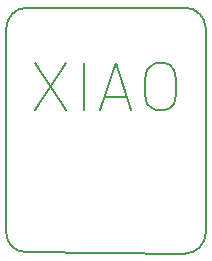
<source format=gbr>
%TF.GenerationSoftware,KiCad,Pcbnew,7.0.9*%
%TF.CreationDate,2024-03-01T15:48:56+09:00*%
%TF.ProjectId,LineIntegratedBoard2,4c696e65-496e-4746-9567-726174656442,rev?*%
%TF.SameCoordinates,Original*%
%TF.FileFunction,Legend,Top*%
%TF.FilePolarity,Positive*%
%FSLAX46Y46*%
G04 Gerber Fmt 4.6, Leading zero omitted, Abs format (unit mm)*
G04 Created by KiCad (PCBNEW 7.0.9) date 2024-03-01 15:48:56*
%MOMM*%
%LPD*%
G01*
G04 APERTURE LIST*
%ADD10C,0.200000*%
G04 APERTURE END LIST*
D10*
X146479959Y-92590263D02*
X149146626Y-96590263D01*
X149146626Y-92590263D02*
X146479959Y-96590263D01*
X150670435Y-96590263D02*
X150670435Y-92590263D01*
X152384721Y-95447406D02*
X154289483Y-95447406D01*
X152003769Y-96590263D02*
X153337102Y-92590263D01*
X153337102Y-92590263D02*
X154670436Y-96590263D01*
X156765673Y-92590263D02*
X157527578Y-92590263D01*
X157527578Y-92590263D02*
X157908530Y-92780739D01*
X157908530Y-92780739D02*
X158289483Y-93161691D01*
X158289483Y-93161691D02*
X158479959Y-93923596D01*
X158479959Y-93923596D02*
X158479959Y-95256929D01*
X158479959Y-95256929D02*
X158289483Y-96018834D01*
X158289483Y-96018834D02*
X157908530Y-96399787D01*
X157908530Y-96399787D02*
X157527578Y-96590263D01*
X157527578Y-96590263D02*
X156765673Y-96590263D01*
X156765673Y-96590263D02*
X156384721Y-96399787D01*
X156384721Y-96399787D02*
X156003768Y-96018834D01*
X156003768Y-96018834D02*
X155813292Y-95256929D01*
X155813292Y-95256929D02*
X155813292Y-93923596D01*
X155813292Y-93923596D02*
X156003768Y-93161691D01*
X156003768Y-93161691D02*
X156384721Y-92780739D01*
X156384721Y-92780739D02*
X156765673Y-92590263D01*
%TO.C,U1*%
X144066197Y-89670187D02*
X144066197Y-106942187D01*
X145717197Y-108593187D02*
X159179197Y-108720187D01*
X159179197Y-87892187D02*
X145844197Y-87892187D01*
X160957197Y-106942187D02*
X160957197Y-89670187D01*
X145844197Y-87892187D02*
G75*
G03*
X144066197Y-89670187I0J-1778000D01*
G01*
X144066197Y-106942187D02*
G75*
G03*
X145717197Y-108593187I1651000J0D01*
G01*
X160957197Y-89670187D02*
G75*
G03*
X159179197Y-87892187I-1778000J0D01*
G01*
X159179197Y-108720187D02*
G75*
G03*
X160957197Y-106942187I0J1778000D01*
G01*
%TD*%
M02*

</source>
